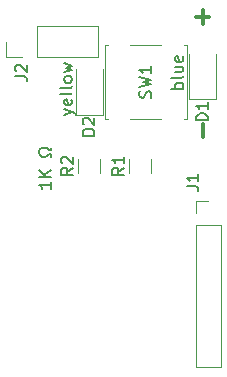
<source format=gbr>
G04 #@! TF.GenerationSoftware,KiCad,Pcbnew,(5.0.1)-4*
G04 #@! TF.CreationDate,2019-02-22T14:36:10+08:00*
G04 #@! TF.ProjectId,Xiaomi2Ali-Smart-Plug-WIFI-Module,5869616F6D6932416C692D536D617274,rev?*
G04 #@! TF.SameCoordinates,Original*
G04 #@! TF.FileFunction,Legend,Top*
G04 #@! TF.FilePolarity,Positive*
%FSLAX46Y46*%
G04 Gerber Fmt 4.6, Leading zero omitted, Abs format (unit mm)*
G04 Created by KiCad (PCBNEW (5.0.1)-4) date 2019/2/22 14:36:10*
%MOMM*%
%LPD*%
G01*
G04 APERTURE LIST*
%ADD10C,0.150000*%
%ADD11C,0.300000*%
%ADD12C,0.120000*%
G04 APERTURE END LIST*
D10*
X131585714Y-79166666D02*
X132252380Y-78928571D01*
X131585714Y-78690476D02*
X132252380Y-78928571D01*
X132490476Y-79023809D01*
X132538095Y-79071428D01*
X132585714Y-79166666D01*
X132204761Y-77928571D02*
X132252380Y-78023809D01*
X132252380Y-78214285D01*
X132204761Y-78309523D01*
X132109523Y-78357142D01*
X131728571Y-78357142D01*
X131633333Y-78309523D01*
X131585714Y-78214285D01*
X131585714Y-78023809D01*
X131633333Y-77928571D01*
X131728571Y-77880952D01*
X131823809Y-77880952D01*
X131919047Y-78357142D01*
X132252380Y-77309523D02*
X132204761Y-77404761D01*
X132109523Y-77452380D01*
X131252380Y-77452380D01*
X132252380Y-76785714D02*
X132204761Y-76880952D01*
X132109523Y-76928571D01*
X131252380Y-76928571D01*
X132252380Y-76261904D02*
X132204761Y-76357142D01*
X132157142Y-76404761D01*
X132061904Y-76452380D01*
X131776190Y-76452380D01*
X131680952Y-76404761D01*
X131633333Y-76357142D01*
X131585714Y-76261904D01*
X131585714Y-76119047D01*
X131633333Y-76023809D01*
X131680952Y-75976190D01*
X131776190Y-75928571D01*
X132061904Y-75928571D01*
X132157142Y-75976190D01*
X132204761Y-76023809D01*
X132252380Y-76119047D01*
X132252380Y-76261904D01*
X131585714Y-75595238D02*
X132252380Y-75404761D01*
X131776190Y-75214285D01*
X132252380Y-75023809D01*
X131585714Y-74833333D01*
X141652380Y-76957142D02*
X140652380Y-76957142D01*
X141033333Y-76957142D02*
X140985714Y-76861904D01*
X140985714Y-76671428D01*
X141033333Y-76576190D01*
X141080952Y-76528571D01*
X141176190Y-76480952D01*
X141461904Y-76480952D01*
X141557142Y-76528571D01*
X141604761Y-76576190D01*
X141652380Y-76671428D01*
X141652380Y-76861904D01*
X141604761Y-76957142D01*
X141652380Y-75909523D02*
X141604761Y-76004761D01*
X141509523Y-76052380D01*
X140652380Y-76052380D01*
X140985714Y-75100000D02*
X141652380Y-75100000D01*
X140985714Y-75528571D02*
X141509523Y-75528571D01*
X141604761Y-75480952D01*
X141652380Y-75385714D01*
X141652380Y-75242857D01*
X141604761Y-75147619D01*
X141557142Y-75100000D01*
X141604761Y-74242857D02*
X141652380Y-74338095D01*
X141652380Y-74528571D01*
X141604761Y-74623809D01*
X141509523Y-74671428D01*
X141128571Y-74671428D01*
X141033333Y-74623809D01*
X140985714Y-74528571D01*
X140985714Y-74338095D01*
X141033333Y-74242857D01*
X141128571Y-74195238D01*
X141223809Y-74195238D01*
X141319047Y-74671428D01*
X130452380Y-84866666D02*
X130452380Y-85438095D01*
X130452380Y-85152380D02*
X129452380Y-85152380D01*
X129595238Y-85247619D01*
X129690476Y-85342857D01*
X129738095Y-85438095D01*
X130452380Y-84438095D02*
X129452380Y-84438095D01*
X130452380Y-83866666D02*
X129880952Y-84295238D01*
X129452380Y-83866666D02*
X130023809Y-84438095D01*
X130452380Y-82723809D02*
X130452380Y-82485714D01*
X130261904Y-82485714D01*
X130214285Y-82580952D01*
X130119047Y-82676190D01*
X129976190Y-82723809D01*
X129738095Y-82723809D01*
X129595238Y-82676190D01*
X129500000Y-82580952D01*
X129452380Y-82438095D01*
X129452380Y-82247619D01*
X129500000Y-82104761D01*
X129595238Y-82009523D01*
X129738095Y-81961904D01*
X129976190Y-81961904D01*
X130119047Y-82009523D01*
X130214285Y-82104761D01*
X130261904Y-82200000D01*
X130452380Y-82200000D01*
X130452380Y-81961904D01*
D11*
X142728571Y-70907142D02*
X143871428Y-70907142D01*
X143300000Y-71478571D02*
X143300000Y-70335714D01*
X143307142Y-81071428D02*
X143307142Y-79928571D01*
D12*
G04 #@! TO.C,SW1*
X135300000Y-79550000D02*
X135050000Y-79550000D01*
X135050000Y-79550000D02*
X135050000Y-73250000D01*
X135050000Y-73250000D02*
X135300000Y-73250000D01*
X139800000Y-79550000D02*
X137200000Y-79550000D01*
X141700000Y-73250000D02*
X141950000Y-73250000D01*
X141950000Y-73250000D02*
X141950000Y-79550000D01*
X141950000Y-79550000D02*
X141700000Y-79550000D01*
X137200000Y-73250000D02*
X139800000Y-73250000D01*
G04 #@! TO.C,D1*
X142165000Y-74000000D02*
X142165000Y-77885000D01*
X142165000Y-77885000D02*
X144435000Y-77885000D01*
X144435000Y-77885000D02*
X144435000Y-74000000D01*
G04 #@! TO.C,D2*
X134835000Y-79185000D02*
X134835000Y-75300000D01*
X132565000Y-79185000D02*
X134835000Y-79185000D01*
X132565000Y-75300000D02*
X132565000Y-79185000D01*
G04 #@! TO.C,J2*
X134410000Y-74330000D02*
X134410000Y-71670000D01*
X129270000Y-74330000D02*
X134410000Y-74330000D01*
X129270000Y-71670000D02*
X134410000Y-71670000D01*
X129270000Y-74330000D02*
X129270000Y-71670000D01*
X128000000Y-74330000D02*
X126670000Y-74330000D01*
X126670000Y-74330000D02*
X126670000Y-73000000D01*
G04 #@! TO.C,R1*
X137090000Y-84102064D02*
X137090000Y-82897936D01*
X138910000Y-84102064D02*
X138910000Y-82897936D01*
G04 #@! TO.C,R2*
X134610000Y-84102064D02*
X134610000Y-82897936D01*
X132790000Y-84102064D02*
X132790000Y-82897936D01*
G04 #@! TO.C,J1*
X142740000Y-100560000D02*
X144860000Y-100560000D01*
X142740000Y-88500000D02*
X142740000Y-100560000D01*
X144860000Y-88500000D02*
X144860000Y-100560000D01*
X142740000Y-88500000D02*
X144860000Y-88500000D01*
X142740000Y-87500000D02*
X142740000Y-86440000D01*
X142740000Y-86440000D02*
X143800000Y-86440000D01*
G04 #@! TO.C,SW1*
D10*
X138904761Y-77733333D02*
X138952380Y-77590476D01*
X138952380Y-77352380D01*
X138904761Y-77257142D01*
X138857142Y-77209523D01*
X138761904Y-77161904D01*
X138666666Y-77161904D01*
X138571428Y-77209523D01*
X138523809Y-77257142D01*
X138476190Y-77352380D01*
X138428571Y-77542857D01*
X138380952Y-77638095D01*
X138333333Y-77685714D01*
X138238095Y-77733333D01*
X138142857Y-77733333D01*
X138047619Y-77685714D01*
X138000000Y-77638095D01*
X137952380Y-77542857D01*
X137952380Y-77304761D01*
X138000000Y-77161904D01*
X137952380Y-76828571D02*
X138952380Y-76590476D01*
X138238095Y-76400000D01*
X138952380Y-76209523D01*
X137952380Y-75971428D01*
X138952380Y-75066666D02*
X138952380Y-75638095D01*
X138952380Y-75352380D02*
X137952380Y-75352380D01*
X138095238Y-75447619D01*
X138190476Y-75542857D01*
X138238095Y-75638095D01*
G04 #@! TO.C,D1*
X143752380Y-79638095D02*
X142752380Y-79638095D01*
X142752380Y-79400000D01*
X142800000Y-79257142D01*
X142895238Y-79161904D01*
X142990476Y-79114285D01*
X143180952Y-79066666D01*
X143323809Y-79066666D01*
X143514285Y-79114285D01*
X143609523Y-79161904D01*
X143704761Y-79257142D01*
X143752380Y-79400000D01*
X143752380Y-79638095D01*
X143752380Y-78114285D02*
X143752380Y-78685714D01*
X143752380Y-78400000D02*
X142752380Y-78400000D01*
X142895238Y-78495238D01*
X142990476Y-78590476D01*
X143038095Y-78685714D01*
G04 #@! TO.C,D2*
X134152380Y-80938095D02*
X133152380Y-80938095D01*
X133152380Y-80700000D01*
X133200000Y-80557142D01*
X133295238Y-80461904D01*
X133390476Y-80414285D01*
X133580952Y-80366666D01*
X133723809Y-80366666D01*
X133914285Y-80414285D01*
X134009523Y-80461904D01*
X134104761Y-80557142D01*
X134152380Y-80700000D01*
X134152380Y-80938095D01*
X133247619Y-79985714D02*
X133200000Y-79938095D01*
X133152380Y-79842857D01*
X133152380Y-79604761D01*
X133200000Y-79509523D01*
X133247619Y-79461904D01*
X133342857Y-79414285D01*
X133438095Y-79414285D01*
X133580952Y-79461904D01*
X134152380Y-80033333D01*
X134152380Y-79414285D01*
G04 #@! TO.C,J2*
X127452380Y-75933333D02*
X128166666Y-75933333D01*
X128309523Y-75980952D01*
X128404761Y-76076190D01*
X128452380Y-76219047D01*
X128452380Y-76314285D01*
X127547619Y-75504761D02*
X127500000Y-75457142D01*
X127452380Y-75361904D01*
X127452380Y-75123809D01*
X127500000Y-75028571D01*
X127547619Y-74980952D01*
X127642857Y-74933333D01*
X127738095Y-74933333D01*
X127880952Y-74980952D01*
X128452380Y-75552380D01*
X128452380Y-74933333D01*
G04 #@! TO.C,R1*
X136632380Y-83666666D02*
X136156190Y-84000000D01*
X136632380Y-84238095D02*
X135632380Y-84238095D01*
X135632380Y-83857142D01*
X135680000Y-83761904D01*
X135727619Y-83714285D01*
X135822857Y-83666666D01*
X135965714Y-83666666D01*
X136060952Y-83714285D01*
X136108571Y-83761904D01*
X136156190Y-83857142D01*
X136156190Y-84238095D01*
X136632380Y-82714285D02*
X136632380Y-83285714D01*
X136632380Y-83000000D02*
X135632380Y-83000000D01*
X135775238Y-83095238D01*
X135870476Y-83190476D01*
X135918095Y-83285714D01*
G04 #@! TO.C,R2*
X132332380Y-83666666D02*
X131856190Y-84000000D01*
X132332380Y-84238095D02*
X131332380Y-84238095D01*
X131332380Y-83857142D01*
X131380000Y-83761904D01*
X131427619Y-83714285D01*
X131522857Y-83666666D01*
X131665714Y-83666666D01*
X131760952Y-83714285D01*
X131808571Y-83761904D01*
X131856190Y-83857142D01*
X131856190Y-84238095D01*
X131427619Y-83285714D02*
X131380000Y-83238095D01*
X131332380Y-83142857D01*
X131332380Y-82904761D01*
X131380000Y-82809523D01*
X131427619Y-82761904D01*
X131522857Y-82714285D01*
X131618095Y-82714285D01*
X131760952Y-82761904D01*
X132332380Y-83333333D01*
X132332380Y-82714285D01*
G04 #@! TO.C,J1*
X141952380Y-85233333D02*
X142666666Y-85233333D01*
X142809523Y-85280952D01*
X142904761Y-85376190D01*
X142952380Y-85519047D01*
X142952380Y-85614285D01*
X142952380Y-84233333D02*
X142952380Y-84804761D01*
X142952380Y-84519047D02*
X141952380Y-84519047D01*
X142095238Y-84614285D01*
X142190476Y-84709523D01*
X142238095Y-84804761D01*
G04 #@! TD*
M02*

</source>
